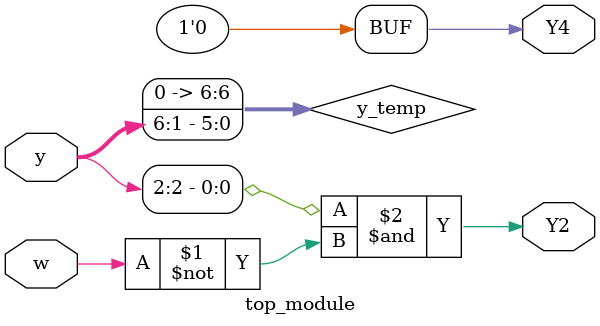
<source format=sv>
module top_module (
	input [6:1] y,
	input w,
	output Y2,
	output Y4
);

	wire [6:0] y_temp;
	assign y_temp = {1'b0, y};
	
	assign Y2 = y_temp[1] & ~w;
	assign Y4 = y_temp[2] & y_temp[3] & y_temp[5] & y_temp[6] & w;
endmodule

</source>
